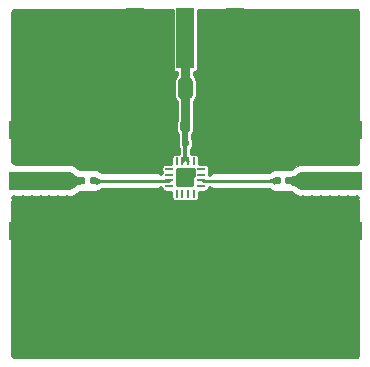
<source format=gbr>
%TF.GenerationSoftware,KiCad,Pcbnew,5.1.7*%
%TF.CreationDate,2020-12-16T02:54:48+00:00*%
%TF.ProjectId,HMC447LC3,484d4334-3437-44c4-9333-2e6b69636164,rev?*%
%TF.SameCoordinates,Original*%
%TF.FileFunction,Copper,L1,Top*%
%TF.FilePolarity,Positive*%
%FSLAX46Y46*%
G04 Gerber Fmt 4.6, Leading zero omitted, Abs format (unit mm)*
G04 Created by KiCad (PCBNEW 5.1.7) date 2020-12-16 02:54:48*
%MOMM*%
%LPD*%
G01*
G04 APERTURE LIST*
%TA.AperFunction,SMDPad,CuDef*%
%ADD10R,0.640000X0.250000*%
%TD*%
%TA.AperFunction,SMDPad,CuDef*%
%ADD11R,0.250000X0.640000*%
%TD*%
%TA.AperFunction,SMDPad,CuDef*%
%ADD12R,5.080000X1.500000*%
%TD*%
%TA.AperFunction,SMDPad,CuDef*%
%ADD13R,1.500000X5.080000*%
%TD*%
%TA.AperFunction,ViaPad*%
%ADD14C,0.500000*%
%TD*%
%TA.AperFunction,Conductor*%
%ADD15C,1.500000*%
%TD*%
%TA.AperFunction,Conductor*%
%ADD16C,0.250000*%
%TD*%
%TA.AperFunction,Conductor*%
%ADD17C,0.500000*%
%TD*%
%TA.AperFunction,Conductor*%
%ADD18C,0.750000*%
%TD*%
%TA.AperFunction,Conductor*%
%ADD19C,0.350000*%
%TD*%
%TA.AperFunction,Conductor*%
%ADD20C,0.225000*%
%TD*%
%TA.AperFunction,Conductor*%
%ADD21C,0.254000*%
%TD*%
%TA.AperFunction,Conductor*%
%ADD22C,0.100000*%
%TD*%
%TA.AperFunction,Conductor*%
%ADD23C,0.025400*%
%TD*%
G04 APERTURE END LIST*
D10*
%TO.P,U1,1*%
%TO.N,N/C*%
X148630000Y-92780000D03*
%TO.P,U1,2*%
X148630000Y-93260000D03*
%TO.P,U1,3*%
%TO.N,Net-(C1-Pad2)*%
X148630000Y-93740000D03*
%TO.P,U1,4*%
%TO.N,N/C*%
X148630000Y-94220000D03*
D11*
%TO.P,U1,5*%
X149280000Y-94870000D03*
%TO.P,U1,6*%
X149760000Y-94870000D03*
%TO.P,U1,7*%
X150240000Y-94870000D03*
%TO.P,U1,8*%
X150720000Y-94870000D03*
D10*
%TO.P,U1,9*%
X151370000Y-94220000D03*
%TO.P,U1,10*%
%TO.N,Net-(C2-Pad1)*%
X151370000Y-93740000D03*
%TO.P,U1,11*%
%TO.N,N/C*%
X151370000Y-93260000D03*
%TO.P,U1,12*%
X151370000Y-92780000D03*
D11*
%TO.P,U1,13*%
X150720000Y-92130000D03*
%TO.P,U1,14*%
%TO.N,VDC*%
X150240000Y-92130000D03*
%TO.P,U1,15*%
X149760000Y-92130000D03*
%TO.P,U1,16*%
%TO.N,N/C*%
X149280000Y-92130000D03*
%TO.P,U1,17*%
%TO.N,GND*%
%TA.AperFunction,SMDPad,CuDef*%
G36*
G01*
X149250000Y-94175000D02*
X149250000Y-92825000D01*
G75*
G02*
X149325000Y-92750000I75000J0D01*
G01*
X150675000Y-92750000D01*
G75*
G02*
X150750000Y-92825000I0J-75000D01*
G01*
X150750000Y-94175000D01*
G75*
G02*
X150675000Y-94250000I-75000J0D01*
G01*
X149325000Y-94250000D01*
G75*
G02*
X149250000Y-94175000I0J75000D01*
G01*
G37*
%TD.AperFunction*%
%TD*%
%TO.P,C3,1*%
%TO.N,VDC*%
%TA.AperFunction,SMDPad,CuDef*%
G36*
G01*
X149705000Y-90722500D02*
X149705000Y-90377500D01*
G75*
G02*
X149852500Y-90230000I147500J0D01*
G01*
X150147500Y-90230000D01*
G75*
G02*
X150295000Y-90377500I0J-147500D01*
G01*
X150295000Y-90722500D01*
G75*
G02*
X150147500Y-90870000I-147500J0D01*
G01*
X149852500Y-90870000D01*
G75*
G02*
X149705000Y-90722500I0J147500D01*
G01*
G37*
%TD.AperFunction*%
%TO.P,C3,2*%
%TO.N,GND*%
%TA.AperFunction,SMDPad,CuDef*%
G36*
G01*
X150675000Y-90722500D02*
X150675000Y-90377500D01*
G75*
G02*
X150822500Y-90230000I147500J0D01*
G01*
X151117500Y-90230000D01*
G75*
G02*
X151265000Y-90377500I0J-147500D01*
G01*
X151265000Y-90722500D01*
G75*
G02*
X151117500Y-90870000I-147500J0D01*
G01*
X150822500Y-90870000D01*
G75*
G02*
X150675000Y-90722500I0J147500D01*
G01*
G37*
%TD.AperFunction*%
%TD*%
D12*
%TO.P,J1,1*%
%TO.N,/RFin*%
X137600000Y-93750000D03*
%TO.P,J1,2*%
%TO.N,GND*%
X137600000Y-98000000D03*
X137600000Y-89500000D03*
%TD*%
%TO.P,J2,2*%
%TO.N,GND*%
X162400000Y-98000000D03*
X162400000Y-89500000D03*
%TO.P,J2,1*%
%TO.N,/RFout*%
X162400000Y-93750000D03*
%TD*%
D13*
%TO.P,J3,1*%
%TO.N,VDC*%
X150000000Y-81700000D03*
%TO.P,J3,2*%
%TO.N,GND*%
X145750000Y-81700000D03*
X154250000Y-81700000D03*
%TD*%
%TO.P,C2,1*%
%TO.N,Net-(C2-Pad1)*%
%TA.AperFunction,SMDPad,CuDef*%
G36*
G01*
X157485000Y-93922500D02*
X157485000Y-93577500D01*
G75*
G02*
X157632500Y-93430000I147500J0D01*
G01*
X157927500Y-93430000D01*
G75*
G02*
X158075000Y-93577500I0J-147500D01*
G01*
X158075000Y-93922500D01*
G75*
G02*
X157927500Y-94070000I-147500J0D01*
G01*
X157632500Y-94070000D01*
G75*
G02*
X157485000Y-93922500I0J147500D01*
G01*
G37*
%TD.AperFunction*%
%TO.P,C2,2*%
%TO.N,/RFout*%
%TA.AperFunction,SMDPad,CuDef*%
G36*
G01*
X158455000Y-93922500D02*
X158455000Y-93577500D01*
G75*
G02*
X158602500Y-93430000I147500J0D01*
G01*
X158897500Y-93430000D01*
G75*
G02*
X159045000Y-93577500I0J-147500D01*
G01*
X159045000Y-93922500D01*
G75*
G02*
X158897500Y-94070000I-147500J0D01*
G01*
X158602500Y-94070000D01*
G75*
G02*
X158455000Y-93922500I0J147500D01*
G01*
G37*
%TD.AperFunction*%
%TD*%
%TO.P,C1,1*%
%TO.N,/RFin*%
%TA.AperFunction,SMDPad,CuDef*%
G36*
G01*
X140955000Y-93922500D02*
X140955000Y-93577500D01*
G75*
G02*
X141102500Y-93430000I147500J0D01*
G01*
X141397500Y-93430000D01*
G75*
G02*
X141545000Y-93577500I0J-147500D01*
G01*
X141545000Y-93922500D01*
G75*
G02*
X141397500Y-94070000I-147500J0D01*
G01*
X141102500Y-94070000D01*
G75*
G02*
X140955000Y-93922500I0J147500D01*
G01*
G37*
%TD.AperFunction*%
%TO.P,C1,2*%
%TO.N,Net-(C1-Pad2)*%
%TA.AperFunction,SMDPad,CuDef*%
G36*
G01*
X141925000Y-93922500D02*
X141925000Y-93577500D01*
G75*
G02*
X142072500Y-93430000I147500J0D01*
G01*
X142367500Y-93430000D01*
G75*
G02*
X142515000Y-93577500I0J-147500D01*
G01*
X142515000Y-93922500D01*
G75*
G02*
X142367500Y-94070000I-147500J0D01*
G01*
X142072500Y-94070000D01*
G75*
G02*
X141925000Y-93922500I0J147500D01*
G01*
G37*
%TD.AperFunction*%
%TD*%
%TO.P,C4,1*%
%TO.N,VDC*%
%TA.AperFunction,SMDPad,CuDef*%
G36*
G01*
X149562500Y-89406250D02*
X149562500Y-88893750D01*
G75*
G02*
X149781250Y-88675000I218750J0D01*
G01*
X150218750Y-88675000D01*
G75*
G02*
X150437500Y-88893750I0J-218750D01*
G01*
X150437500Y-89406250D01*
G75*
G02*
X150218750Y-89625000I-218750J0D01*
G01*
X149781250Y-89625000D01*
G75*
G02*
X149562500Y-89406250I0J218750D01*
G01*
G37*
%TD.AperFunction*%
%TO.P,C4,2*%
%TO.N,GND*%
%TA.AperFunction,SMDPad,CuDef*%
G36*
G01*
X151137500Y-89406250D02*
X151137500Y-88893750D01*
G75*
G02*
X151356250Y-88675000I218750J0D01*
G01*
X151793750Y-88675000D01*
G75*
G02*
X152012500Y-88893750I0J-218750D01*
G01*
X152012500Y-89406250D01*
G75*
G02*
X151793750Y-89625000I-218750J0D01*
G01*
X151356250Y-89625000D01*
G75*
G02*
X151137500Y-89406250I0J218750D01*
G01*
G37*
%TD.AperFunction*%
%TD*%
%TO.P,C5,1*%
%TO.N,VDC*%
%TA.AperFunction,SMDPad,CuDef*%
G36*
G01*
X149375000Y-86575000D02*
X149375000Y-85325000D01*
G75*
G02*
X149625000Y-85075000I250000J0D01*
G01*
X150375000Y-85075000D01*
G75*
G02*
X150625000Y-85325000I0J-250000D01*
G01*
X150625000Y-86575000D01*
G75*
G02*
X150375000Y-86825000I-250000J0D01*
G01*
X149625000Y-86825000D01*
G75*
G02*
X149375000Y-86575000I0J250000D01*
G01*
G37*
%TD.AperFunction*%
%TO.P,C5,2*%
%TO.N,GND*%
%TA.AperFunction,SMDPad,CuDef*%
G36*
G01*
X152175000Y-86575000D02*
X152175000Y-85325000D01*
G75*
G02*
X152425000Y-85075000I250000J0D01*
G01*
X153175000Y-85075000D01*
G75*
G02*
X153425000Y-85325000I0J-250000D01*
G01*
X153425000Y-86575000D01*
G75*
G02*
X153175000Y-86825000I-250000J0D01*
G01*
X152425000Y-86825000D01*
G75*
G02*
X152175000Y-86575000I0J250000D01*
G01*
G37*
%TD.AperFunction*%
%TD*%
D14*
%TO.N,GND*%
X149550000Y-93050000D03*
X149550000Y-93950000D03*
X150450000Y-93950000D03*
X150000000Y-93500000D03*
X150450000Y-93050000D03*
X152250000Y-84250000D03*
X151600000Y-95450000D03*
X151000000Y-95700000D03*
X150350000Y-95700000D03*
X149700000Y-95700000D03*
X149050000Y-95700000D03*
X135500000Y-95250000D03*
X136250000Y-95250000D03*
X137000000Y-95250000D03*
X137750000Y-95250000D03*
X138500000Y-95250000D03*
X139250000Y-95250000D03*
X140000000Y-95250000D03*
X140750000Y-95250000D03*
X164500000Y-95250000D03*
X163750000Y-95250000D03*
X163000000Y-95250000D03*
X162250000Y-95250000D03*
X161500000Y-95250000D03*
X160750000Y-95250000D03*
X160000000Y-95250000D03*
X159250000Y-95250000D03*
X152600000Y-95950000D03*
X135500000Y-96000000D03*
X135500000Y-96750000D03*
X135500000Y-92150000D03*
X135500000Y-91500000D03*
X135500000Y-90750000D03*
X136250000Y-90750000D03*
X137000000Y-90750000D03*
X136250000Y-92150000D03*
X137000000Y-92150000D03*
X137750000Y-92150000D03*
X138500000Y-92150000D03*
X139250000Y-92150000D03*
X140000000Y-92150000D03*
X140750000Y-92300000D03*
X159250000Y-92250000D03*
X160000000Y-92250000D03*
X160750000Y-92250000D03*
X161500000Y-92250000D03*
X162250000Y-92250000D03*
X163000000Y-92250000D03*
X163750000Y-92250000D03*
X164500000Y-92250000D03*
X164500000Y-91500000D03*
X164500000Y-90750000D03*
X163750000Y-90750000D03*
X163000000Y-90750000D03*
X162250000Y-90750000D03*
X161500000Y-90750000D03*
X160750000Y-90750000D03*
X160000000Y-90750000D03*
X164500000Y-96000000D03*
X164500000Y-96750000D03*
X163750000Y-96750000D03*
X163000000Y-96750000D03*
X162250000Y-96750000D03*
X161500000Y-96750000D03*
X160750000Y-96750000D03*
X160000000Y-96750000D03*
X137750000Y-90750000D03*
X138500000Y-90750000D03*
X139250000Y-90750000D03*
X140000000Y-90750000D03*
X136250000Y-96750000D03*
X137000000Y-96750000D03*
X137750000Y-96750000D03*
X138500000Y-96750000D03*
X139250000Y-96750000D03*
X140000000Y-96750000D03*
X164250000Y-86966537D03*
X164250000Y-85933075D03*
X164250000Y-84899612D03*
X164250000Y-83866150D03*
X164250000Y-82832687D03*
X164250000Y-81799225D03*
X164250000Y-80765763D03*
X164005091Y-79819967D03*
X162984236Y-79750000D03*
X161950774Y-79750000D03*
X160917312Y-79750000D03*
X159883849Y-79750000D03*
X158850387Y-79750000D03*
X157816924Y-79750000D03*
X156783462Y-79750000D03*
X164250000Y-88000000D03*
X155750000Y-79750000D03*
X156821428Y-80750000D03*
X157892857Y-80750000D03*
X158964285Y-80750000D03*
X160035714Y-80750000D03*
X161107142Y-80750000D03*
X162178571Y-80750000D03*
X163250000Y-81785714D03*
X163250000Y-82821428D03*
X163250000Y-83857142D03*
X163250000Y-84892857D03*
X163250000Y-85928571D03*
X163250000Y-86964285D03*
X155750000Y-80750000D03*
X163250000Y-80750000D03*
X163250000Y-88000000D03*
X136750000Y-86964285D03*
X136750000Y-85928571D03*
X136750000Y-84892857D03*
X136750000Y-83857142D03*
X136750000Y-82821428D03*
X136750000Y-81785714D03*
X137821428Y-80750000D03*
X138892857Y-80750000D03*
X139964285Y-80750000D03*
X141035714Y-80750000D03*
X142107142Y-80750000D03*
X143178571Y-80750000D03*
X136750000Y-88000000D03*
X136750000Y-80750000D03*
X144250000Y-80750000D03*
X143216537Y-79750000D03*
X142183075Y-79750000D03*
X141149612Y-79750000D03*
X140116150Y-79750000D03*
X139082687Y-79750000D03*
X138049225Y-79750000D03*
X137015763Y-79750000D03*
X135994908Y-79819967D03*
X135750000Y-80765763D03*
X135750000Y-81799225D03*
X135750000Y-82832687D03*
X135750000Y-83866150D03*
X135750000Y-84899612D03*
X135750000Y-85933075D03*
X135750000Y-86966537D03*
X144250000Y-79750000D03*
X135750000Y-88000000D03*
X135750000Y-100512684D03*
X135750000Y-101525368D03*
X135750000Y-102538053D03*
X135750000Y-103550737D03*
X135750000Y-104563421D03*
X135750000Y-105576106D03*
X135750000Y-106588790D03*
X135750000Y-107601475D03*
X136328760Y-108250000D03*
X137341445Y-108250000D03*
X138354129Y-108250000D03*
X139366814Y-108250000D03*
X140379498Y-108250000D03*
X141392182Y-108250000D03*
X142404867Y-108250000D03*
X143417551Y-108250000D03*
X144430235Y-108250000D03*
X145442920Y-108250000D03*
X146455604Y-108250000D03*
X147468289Y-108250000D03*
X148480973Y-108250000D03*
X149493657Y-108250000D03*
X150506342Y-108250000D03*
X151519026Y-108250000D03*
X152531710Y-108250000D03*
X153544395Y-108250000D03*
X154557079Y-108250000D03*
X155569764Y-108250000D03*
X156582448Y-108250000D03*
X157595132Y-108250000D03*
X158607817Y-108250000D03*
X159620501Y-108250000D03*
X160633185Y-108250000D03*
X161645870Y-108250000D03*
X162658554Y-108250000D03*
X163671239Y-108250000D03*
X164250000Y-107601475D03*
X164250000Y-106588790D03*
X164250000Y-105576106D03*
X164250000Y-104563421D03*
X164250000Y-103550737D03*
X164250000Y-102538053D03*
X164250000Y-101525368D03*
X164250000Y-100512684D03*
X135750000Y-99500000D03*
X164250000Y-99500000D03*
X163250000Y-100607142D03*
X163250000Y-101714285D03*
X163250000Y-102821428D03*
X163250000Y-103928571D03*
X163250000Y-105035714D03*
X163250000Y-106142857D03*
X162230769Y-107250000D03*
X161211538Y-107250000D03*
X160192307Y-107250000D03*
X159173076Y-107250000D03*
X158153846Y-107250000D03*
X157134615Y-107250000D03*
X156115384Y-107250000D03*
X155096153Y-107250000D03*
X154076923Y-107250000D03*
X153057692Y-107250000D03*
X152038461Y-107250000D03*
X151019230Y-107250000D03*
X150000000Y-107250000D03*
X148980769Y-107250000D03*
X147961538Y-107250000D03*
X146942307Y-107250000D03*
X145923076Y-107250000D03*
X144903846Y-107250000D03*
X143884615Y-107250000D03*
X142865384Y-107250000D03*
X141846153Y-107250000D03*
X140826923Y-107250000D03*
X139807692Y-107250000D03*
X138788461Y-107250000D03*
X137769230Y-107250000D03*
X136750000Y-106142857D03*
X136750000Y-105035714D03*
X136750000Y-103928571D03*
X136750000Y-102821428D03*
X136750000Y-101714285D03*
X136750000Y-100607142D03*
X163250000Y-99500000D03*
X163250000Y-107250000D03*
X136750000Y-107250000D03*
X136750000Y-99500000D03*
X144250000Y-81750000D03*
X144250000Y-82750000D03*
X144250000Y-83750000D03*
X144250000Y-84750000D03*
X145250000Y-84750000D03*
X146250000Y-84500000D03*
X147000000Y-84000000D03*
X147000000Y-83250000D03*
X147000000Y-82500000D03*
X147000000Y-81750000D03*
X147000000Y-81000000D03*
X147000000Y-80250000D03*
X147000000Y-79500000D03*
X147750000Y-79500000D03*
X148500000Y-79500000D03*
X148500000Y-80250000D03*
X148500000Y-81000000D03*
X148500000Y-81750000D03*
X148500000Y-82500000D03*
X148500000Y-83250000D03*
X148500000Y-84000000D03*
X147750000Y-84250000D03*
X155750000Y-81750000D03*
X155750000Y-82750000D03*
X155750000Y-83750000D03*
X153000000Y-84000000D03*
X153000000Y-83250000D03*
X153000000Y-82500000D03*
X153000000Y-81750000D03*
X153000000Y-81000000D03*
X153000000Y-80250000D03*
X153000000Y-79500000D03*
X152250000Y-79500000D03*
X151500000Y-79500000D03*
X151500000Y-80250000D03*
X151500000Y-81000000D03*
X151500000Y-81750000D03*
X151500000Y-82500000D03*
X151500000Y-83250000D03*
X151500000Y-84000000D03*
X138404999Y-85654999D03*
X138404999Y-99654999D03*
X139804999Y-87754999D03*
X140504999Y-101054999D03*
X141204999Y-98254999D03*
X141204999Y-103854999D03*
X141904999Y-85654999D03*
X141904999Y-89154999D03*
X142604999Y-82154999D03*
X142604999Y-105954999D03*
X143304999Y-96854999D03*
X143304999Y-100354999D03*
X144004999Y-103154999D03*
X145404999Y-98254999D03*
X145404999Y-105254999D03*
X146104999Y-101054999D03*
X147504999Y-103154999D03*
X148204999Y-98954999D03*
X148204999Y-105954999D03*
X149604999Y-101054999D03*
X150304999Y-103854999D03*
X151004999Y-98254999D03*
X151704999Y-105954999D03*
X152404999Y-100354999D03*
X153104999Y-96854999D03*
X153104999Y-103154999D03*
X154504999Y-98954999D03*
X154504999Y-105254999D03*
X155204999Y-101754999D03*
X156604999Y-96854999D03*
X156604999Y-103854999D03*
X157304999Y-82154999D03*
X157304999Y-99654999D03*
X158004999Y-105954999D03*
X158704999Y-84254999D03*
X158704999Y-101754999D03*
X160104999Y-86354999D03*
X160804999Y-99654999D03*
X144250000Y-87000000D03*
X144000000Y-90500000D03*
X146250000Y-88500000D03*
X158200000Y-89600000D03*
X162000000Y-101800000D03*
X141200000Y-92650000D03*
X141900000Y-92650000D03*
X142600000Y-92700000D03*
X143300000Y-92850000D03*
X144000000Y-92850000D03*
X144700000Y-92850000D03*
X145400000Y-92850000D03*
X146100000Y-92850000D03*
X141200000Y-94850000D03*
X141900000Y-94850000D03*
X142600000Y-94800000D03*
X143300000Y-94650000D03*
X144000000Y-94650000D03*
X144700000Y-94650000D03*
X145400000Y-94650000D03*
X146100000Y-94650000D03*
X146800000Y-94650000D03*
X147500000Y-94650000D03*
X148000000Y-95000000D03*
X158800000Y-92650000D03*
X158100000Y-92650000D03*
X157400000Y-92700000D03*
X156700000Y-92850000D03*
X156000000Y-92850000D03*
X155300000Y-92850000D03*
X154600000Y-92850000D03*
X153875000Y-92850000D03*
X153175000Y-92850000D03*
X152500000Y-92850000D03*
X148450000Y-95450000D03*
X158800000Y-94850000D03*
X158100000Y-94850000D03*
X157400000Y-94800000D03*
X156700000Y-94650000D03*
X156000000Y-94650000D03*
X155300000Y-94650000D03*
X154600000Y-94650000D03*
X153900000Y-94650000D03*
X153200000Y-94650000D03*
X152500000Y-94650000D03*
X152000000Y-95000000D03*
X156400000Y-91800000D03*
X147500000Y-92850000D03*
X146800000Y-92850000D03*
X146000000Y-91750000D03*
X157400000Y-86850000D03*
X162400000Y-87700000D03*
X159200000Y-87800000D03*
X153750000Y-84500000D03*
X155750000Y-84750000D03*
X154750000Y-84750000D03*
X149000000Y-84750000D03*
X148750000Y-85500000D03*
X148750000Y-86250000D03*
X149000000Y-87000000D03*
X149000000Y-87750000D03*
X149000000Y-88500000D03*
X149000000Y-89250000D03*
X149000000Y-90000000D03*
X149000000Y-90750000D03*
X148750000Y-91500000D03*
X148250000Y-92000000D03*
X151250000Y-91500000D03*
X151750000Y-92000000D03*
X151750000Y-91000000D03*
X151750000Y-90250000D03*
X152500000Y-90250000D03*
X152500000Y-89500000D03*
X152500000Y-88750000D03*
X152500000Y-88000000D03*
X153000000Y-87500000D03*
X154000000Y-86750000D03*
X154000000Y-86000000D03*
X154000000Y-85250000D03*
X151000000Y-87500000D03*
X151500000Y-88000000D03*
X152000000Y-87500000D03*
X156250000Y-88500000D03*
X155000000Y-90250000D03*
X154500000Y-87250000D03*
X156000000Y-86000000D03*
X146500000Y-85500000D03*
X148000000Y-90250000D03*
X147000000Y-96850000D03*
X153750000Y-87500000D03*
%TD*%
D15*
%TO.N,/RFin*%
X137500000Y-93750000D02*
X140050000Y-93750000D01*
D16*
X141150000Y-93750000D02*
X137600000Y-93750000D01*
D15*
%TO.N,/RFout*%
X162500000Y-93750000D02*
X159950000Y-93750000D01*
D16*
X158750000Y-93750000D02*
X159950000Y-93750000D01*
%TO.N,VDC*%
X150000000Y-81750000D02*
X150000000Y-81250000D01*
X150000000Y-82350000D02*
X150000000Y-81250000D01*
X150000000Y-81700000D02*
X150000000Y-81250000D01*
D17*
X150000000Y-90550000D02*
X150000000Y-89150000D01*
D18*
X150000000Y-85950000D02*
X150000000Y-89150000D01*
X150000000Y-81700000D02*
X150000000Y-85950000D01*
D16*
X150000000Y-91890000D02*
X149760000Y-92130000D01*
D19*
X150000000Y-90550000D02*
X150000000Y-91890000D01*
D16*
X150000000Y-91890000D02*
X150240000Y-92130000D01*
%TO.N,Net-(C2-Pad1)*%
X157710000Y-93750000D02*
X157750000Y-93750000D01*
D20*
X154850000Y-93750000D02*
X157710000Y-93750000D01*
X151475000Y-93750000D02*
X152375000Y-93750000D01*
X154850000Y-93750000D02*
X152375000Y-93750000D01*
D16*
%TO.N,Net-(C1-Pad2)*%
X148620000Y-93750000D02*
X148630000Y-93740000D01*
D20*
X142120000Y-93750000D02*
X148620000Y-93750000D01*
%TD*%
D21*
%TO.N,GND*%
X152020458Y-94274637D02*
X152157496Y-94387102D01*
X152617304Y-94846910D01*
X152626539Y-94855279D01*
X152778075Y-94979642D01*
X152798776Y-94993474D01*
X152971663Y-95085884D01*
X152994664Y-95095412D01*
X153182257Y-95152317D01*
X153206675Y-95157173D01*
X153401766Y-95176388D01*
X153414214Y-95177000D01*
X163993766Y-95177000D01*
X164170189Y-95194376D01*
X164333850Y-95244022D01*
X164484672Y-95324638D01*
X164616870Y-95433130D01*
X164663000Y-95489340D01*
X164663000Y-108560660D01*
X164616870Y-108616870D01*
X164560660Y-108663000D01*
X135439340Y-108663000D01*
X135383130Y-108616870D01*
X135337000Y-108560660D01*
X135337000Y-95489340D01*
X135383130Y-95433130D01*
X135515328Y-95324638D01*
X135666150Y-95244022D01*
X135829811Y-95194376D01*
X136006234Y-95177000D01*
X146585786Y-95177000D01*
X146598234Y-95176388D01*
X146793325Y-95157173D01*
X146817743Y-95152317D01*
X147005336Y-95095412D01*
X147028337Y-95085884D01*
X147201224Y-94993474D01*
X147221925Y-94979642D01*
X147373461Y-94855279D01*
X147382696Y-94846910D01*
X147842504Y-94387102D01*
X147979542Y-94274637D01*
X147981418Y-94273634D01*
X147981418Y-94345000D01*
X147987732Y-94409103D01*
X148006430Y-94470743D01*
X148036794Y-94527550D01*
X148077657Y-94577343D01*
X148127450Y-94618206D01*
X148184257Y-94648570D01*
X148245897Y-94667268D01*
X148310000Y-94673582D01*
X148826418Y-94673582D01*
X148826418Y-95190000D01*
X148832732Y-95254103D01*
X148851430Y-95315743D01*
X148881794Y-95372550D01*
X148922657Y-95422343D01*
X148972450Y-95463206D01*
X149029257Y-95493570D01*
X149090897Y-95512268D01*
X149155000Y-95518582D01*
X149405000Y-95518582D01*
X149469103Y-95512268D01*
X149520000Y-95496829D01*
X149570897Y-95512268D01*
X149635000Y-95518582D01*
X149885000Y-95518582D01*
X149949103Y-95512268D01*
X150000000Y-95496829D01*
X150050897Y-95512268D01*
X150115000Y-95518582D01*
X150365000Y-95518582D01*
X150429103Y-95512268D01*
X150480000Y-95496829D01*
X150530897Y-95512268D01*
X150595000Y-95518582D01*
X150845000Y-95518582D01*
X150909103Y-95512268D01*
X150970743Y-95493570D01*
X151027550Y-95463206D01*
X151077343Y-95422343D01*
X151118206Y-95372550D01*
X151148570Y-95315743D01*
X151167268Y-95254103D01*
X151173582Y-95190000D01*
X151173582Y-94673582D01*
X151690000Y-94673582D01*
X151754103Y-94667268D01*
X151815743Y-94648570D01*
X151872550Y-94618206D01*
X151922343Y-94577343D01*
X151963206Y-94527550D01*
X151993570Y-94470743D01*
X152012268Y-94409103D01*
X152018582Y-94345000D01*
X152018582Y-94273634D01*
X152020458Y-94274637D01*
%TA.AperFunction,Conductor*%
D22*
G36*
X152020458Y-94274637D02*
G01*
X152157496Y-94387102D01*
X152617304Y-94846910D01*
X152626539Y-94855279D01*
X152778075Y-94979642D01*
X152798776Y-94993474D01*
X152971663Y-95085884D01*
X152994664Y-95095412D01*
X153182257Y-95152317D01*
X153206675Y-95157173D01*
X153401766Y-95176388D01*
X153414214Y-95177000D01*
X163993766Y-95177000D01*
X164170189Y-95194376D01*
X164333850Y-95244022D01*
X164484672Y-95324638D01*
X164616870Y-95433130D01*
X164663000Y-95489340D01*
X164663000Y-108560660D01*
X164616870Y-108616870D01*
X164560660Y-108663000D01*
X135439340Y-108663000D01*
X135383130Y-108616870D01*
X135337000Y-108560660D01*
X135337000Y-95489340D01*
X135383130Y-95433130D01*
X135515328Y-95324638D01*
X135666150Y-95244022D01*
X135829811Y-95194376D01*
X136006234Y-95177000D01*
X146585786Y-95177000D01*
X146598234Y-95176388D01*
X146793325Y-95157173D01*
X146817743Y-95152317D01*
X147005336Y-95095412D01*
X147028337Y-95085884D01*
X147201224Y-94993474D01*
X147221925Y-94979642D01*
X147373461Y-94855279D01*
X147382696Y-94846910D01*
X147842504Y-94387102D01*
X147979542Y-94274637D01*
X147981418Y-94273634D01*
X147981418Y-94345000D01*
X147987732Y-94409103D01*
X148006430Y-94470743D01*
X148036794Y-94527550D01*
X148077657Y-94577343D01*
X148127450Y-94618206D01*
X148184257Y-94648570D01*
X148245897Y-94667268D01*
X148310000Y-94673582D01*
X148826418Y-94673582D01*
X148826418Y-95190000D01*
X148832732Y-95254103D01*
X148851430Y-95315743D01*
X148881794Y-95372550D01*
X148922657Y-95422343D01*
X148972450Y-95463206D01*
X149029257Y-95493570D01*
X149090897Y-95512268D01*
X149155000Y-95518582D01*
X149405000Y-95518582D01*
X149469103Y-95512268D01*
X149520000Y-95496829D01*
X149570897Y-95512268D01*
X149635000Y-95518582D01*
X149885000Y-95518582D01*
X149949103Y-95512268D01*
X150000000Y-95496829D01*
X150050897Y-95512268D01*
X150115000Y-95518582D01*
X150365000Y-95518582D01*
X150429103Y-95512268D01*
X150480000Y-95496829D01*
X150530897Y-95512268D01*
X150595000Y-95518582D01*
X150845000Y-95518582D01*
X150909103Y-95512268D01*
X150970743Y-95493570D01*
X151027550Y-95463206D01*
X151077343Y-95422343D01*
X151118206Y-95372550D01*
X151148570Y-95315743D01*
X151167268Y-95254103D01*
X151173582Y-95190000D01*
X151173582Y-94673582D01*
X151690000Y-94673582D01*
X151754103Y-94667268D01*
X151815743Y-94648570D01*
X151872550Y-94618206D01*
X151922343Y-94577343D01*
X151963206Y-94527550D01*
X151993570Y-94470743D01*
X152012268Y-94409103D01*
X152018582Y-94345000D01*
X152018582Y-94273634D01*
X152020458Y-94274637D01*
G37*
%TD.AperFunction*%
%TD*%
D23*
%TO.N,/RFin*%
X140399574Y-93750000D02*
X139516249Y-94259271D01*
X139436297Y-94183601D01*
X139435554Y-94182951D01*
X139344651Y-94109426D01*
X139343827Y-94108813D01*
X139248848Y-94043938D01*
X139247954Y-94043380D01*
X139148897Y-93987155D01*
X139147948Y-93986668D01*
X139044813Y-93939093D01*
X139043827Y-93938687D01*
X138936616Y-93899762D01*
X138935616Y-93899445D01*
X138824327Y-93869170D01*
X138823333Y-93868942D01*
X138707967Y-93847317D01*
X138706999Y-93847174D01*
X138587556Y-93834199D01*
X138586628Y-93834133D01*
X138475364Y-93830237D01*
X138475364Y-93669763D01*
X138586628Y-93665867D01*
X138587556Y-93665801D01*
X138706999Y-93652826D01*
X138707967Y-93652683D01*
X138823333Y-93631058D01*
X138824327Y-93630830D01*
X138935616Y-93600555D01*
X138936616Y-93600238D01*
X139043827Y-93561313D01*
X139044813Y-93560907D01*
X139147948Y-93513332D01*
X139148897Y-93512845D01*
X139247954Y-93456620D01*
X139248848Y-93456062D01*
X139343827Y-93391187D01*
X139344651Y-93390574D01*
X139435554Y-93317049D01*
X139436297Y-93316399D01*
X139516249Y-93240729D01*
X140399574Y-93750000D01*
%TA.AperFunction,Conductor*%
D22*
G36*
X140399574Y-93750000D02*
G01*
X139516249Y-94259271D01*
X139436297Y-94183601D01*
X139435554Y-94182951D01*
X139344651Y-94109426D01*
X139343827Y-94108813D01*
X139248848Y-94043938D01*
X139247954Y-94043380D01*
X139148897Y-93987155D01*
X139147948Y-93986668D01*
X139044813Y-93939093D01*
X139043827Y-93938687D01*
X138936616Y-93899762D01*
X138935616Y-93899445D01*
X138824327Y-93869170D01*
X138823333Y-93868942D01*
X138707967Y-93847317D01*
X138706999Y-93847174D01*
X138587556Y-93834199D01*
X138586628Y-93834133D01*
X138475364Y-93830237D01*
X138475364Y-93669763D01*
X138586628Y-93665867D01*
X138587556Y-93665801D01*
X138706999Y-93652826D01*
X138707967Y-93652683D01*
X138823333Y-93631058D01*
X138824327Y-93630830D01*
X138935616Y-93600555D01*
X138936616Y-93600238D01*
X139043827Y-93561313D01*
X139044813Y-93560907D01*
X139147948Y-93513332D01*
X139148897Y-93512845D01*
X139247954Y-93456620D01*
X139248848Y-93456062D01*
X139343827Y-93391187D01*
X139344651Y-93390574D01*
X139435554Y-93317049D01*
X139436297Y-93316399D01*
X139516249Y-93240729D01*
X140399574Y-93750000D01*
G37*
%TD.AperFunction*%
%TD*%
D23*
%TO.N,/RFin*%
X140543750Y-93243015D02*
X140628535Y-93323259D01*
X140629278Y-93323909D01*
X140720181Y-93397434D01*
X140722261Y-93398803D01*
X140723511Y-93399375D01*
X140818490Y-93436815D01*
X140820120Y-93437334D01*
X140921973Y-93462334D01*
X140925000Y-93462700D01*
X141119689Y-93462700D01*
X141112459Y-94037300D01*
X140925000Y-94037300D01*
X140921973Y-94037666D01*
X140820120Y-94062666D01*
X140817124Y-94063819D01*
X140722145Y-94114979D01*
X140720181Y-94116286D01*
X140629278Y-94189811D01*
X140628535Y-94190461D01*
X140543634Y-94270815D01*
X139933428Y-94491179D01*
X139541590Y-93756482D01*
X139884116Y-93022497D01*
X140543750Y-93243015D01*
%TA.AperFunction,Conductor*%
D22*
G36*
X140543750Y-93243015D02*
G01*
X140628535Y-93323259D01*
X140629278Y-93323909D01*
X140720181Y-93397434D01*
X140722261Y-93398803D01*
X140723511Y-93399375D01*
X140818490Y-93436815D01*
X140820120Y-93437334D01*
X140921973Y-93462334D01*
X140925000Y-93462700D01*
X141119689Y-93462700D01*
X141112459Y-94037300D01*
X140925000Y-94037300D01*
X140921973Y-94037666D01*
X140820120Y-94062666D01*
X140817124Y-94063819D01*
X140722145Y-94114979D01*
X140720181Y-94116286D01*
X140629278Y-94189811D01*
X140628535Y-94190461D01*
X140543634Y-94270815D01*
X139933428Y-94491179D01*
X139541590Y-93756482D01*
X139884116Y-93022497D01*
X140543750Y-93243015D01*
G37*
%TD.AperFunction*%
%TD*%
D23*
%TO.N,/RFout*%
X160299574Y-93750000D02*
X159416249Y-94259271D01*
X159336297Y-94183601D01*
X159334330Y-94182075D01*
X159332426Y-94181091D01*
X159154859Y-94107566D01*
X159153518Y-94107097D01*
X158937700Y-94044869D01*
X158937700Y-93455131D01*
X159153518Y-93392903D01*
X159154859Y-93392434D01*
X159332426Y-93318909D01*
X159334621Y-93317736D01*
X159336297Y-93316399D01*
X159416249Y-93240729D01*
X160299574Y-93750000D01*
%TA.AperFunction,Conductor*%
D22*
G36*
X160299574Y-93750000D02*
G01*
X159416249Y-94259271D01*
X159336297Y-94183601D01*
X159334330Y-94182075D01*
X159332426Y-94181091D01*
X159154859Y-94107566D01*
X159153518Y-94107097D01*
X158937700Y-94044869D01*
X158937700Y-93455131D01*
X159153518Y-93392903D01*
X159154859Y-93392434D01*
X159332426Y-93318909D01*
X159334621Y-93317736D01*
X159336297Y-93316399D01*
X159416249Y-93240729D01*
X160299574Y-93750000D01*
G37*
%TD.AperFunction*%
%TD*%
D23*
%TO.N,/RFout*%
X160563702Y-93316399D02*
X160564445Y-93317049D01*
X160655348Y-93390574D01*
X160656172Y-93391187D01*
X160751151Y-93456062D01*
X160752045Y-93456620D01*
X160851102Y-93512845D01*
X160852051Y-93513332D01*
X160955186Y-93560907D01*
X160956172Y-93561313D01*
X161063383Y-93600238D01*
X161064383Y-93600555D01*
X161175672Y-93630830D01*
X161176666Y-93631058D01*
X161292032Y-93652683D01*
X161293000Y-93652826D01*
X161412443Y-93665801D01*
X161413371Y-93665867D01*
X161524636Y-93669763D01*
X161524636Y-93830237D01*
X161413371Y-93834133D01*
X161412443Y-93834199D01*
X161293000Y-93847174D01*
X161292032Y-93847317D01*
X161176666Y-93868942D01*
X161175672Y-93869170D01*
X161064383Y-93899445D01*
X161063383Y-93899762D01*
X160956172Y-93938687D01*
X160955186Y-93939093D01*
X160852051Y-93986668D01*
X160851102Y-93987155D01*
X160752045Y-94043380D01*
X160751151Y-94043938D01*
X160656172Y-94108813D01*
X160655348Y-94109426D01*
X160564445Y-94182951D01*
X160563702Y-94183601D01*
X160483750Y-94259271D01*
X159600426Y-93750000D01*
X160483750Y-93240729D01*
X160563702Y-93316399D01*
%TA.AperFunction,Conductor*%
D22*
G36*
X160563702Y-93316399D02*
G01*
X160564445Y-93317049D01*
X160655348Y-93390574D01*
X160656172Y-93391187D01*
X160751151Y-93456062D01*
X160752045Y-93456620D01*
X160851102Y-93512845D01*
X160852051Y-93513332D01*
X160955186Y-93560907D01*
X160956172Y-93561313D01*
X161063383Y-93600238D01*
X161064383Y-93600555D01*
X161175672Y-93630830D01*
X161176666Y-93631058D01*
X161292032Y-93652683D01*
X161293000Y-93652826D01*
X161412443Y-93665801D01*
X161413371Y-93665867D01*
X161524636Y-93669763D01*
X161524636Y-93830237D01*
X161413371Y-93834133D01*
X161412443Y-93834199D01*
X161293000Y-93847174D01*
X161292032Y-93847317D01*
X161176666Y-93868942D01*
X161175672Y-93869170D01*
X161064383Y-93899445D01*
X161063383Y-93899762D01*
X160956172Y-93938687D01*
X160955186Y-93939093D01*
X160852051Y-93986668D01*
X160851102Y-93987155D01*
X160752045Y-94043380D01*
X160751151Y-94043938D01*
X160656172Y-94108813D01*
X160655348Y-94109426D01*
X160564445Y-94182951D01*
X160563702Y-94183601D01*
X160483750Y-94259271D01*
X159600426Y-93750000D01*
X160483750Y-93240729D01*
X160563702Y-93316399D01*
G37*
%TD.AperFunction*%
%TD*%
D23*
%TO.N,VDC*%
X150076750Y-81483548D02*
X150486829Y-82194827D01*
X150493740Y-82231020D01*
X150476724Y-82263701D01*
X150442106Y-82296366D01*
X150438826Y-82299317D01*
X150375410Y-82353709D01*
X150370563Y-82357596D01*
X150317543Y-82397298D01*
X150309969Y-82402412D01*
X150269440Y-82426988D01*
X150256572Y-82433493D01*
X150233010Y-82443205D01*
X150209555Y-82449468D01*
X150203231Y-82450301D01*
X150179182Y-82448267D01*
X150160466Y-82436352D01*
X150147836Y-82414873D01*
X150145221Y-82407150D01*
X150140590Y-82384775D01*
X150139658Y-82373384D01*
X150139212Y-82370935D01*
X150138298Y-82368619D01*
X150136949Y-82366527D01*
X150135606Y-82365081D01*
X150109105Y-82340661D01*
X150107118Y-82339161D01*
X150104876Y-82338078D01*
X150102466Y-82337453D01*
X150100499Y-82337300D01*
X149899501Y-82337300D01*
X149897023Y-82337544D01*
X149894641Y-82338267D01*
X149892445Y-82339440D01*
X149890895Y-82340661D01*
X149864394Y-82365081D01*
X149862737Y-82366939D01*
X149861475Y-82369085D01*
X149860656Y-82371436D01*
X149860342Y-82373383D01*
X149859409Y-82384776D01*
X149854778Y-82407152D01*
X149852164Y-82414872D01*
X149839533Y-82436352D01*
X149820817Y-82448267D01*
X149796768Y-82450301D01*
X149790444Y-82449468D01*
X149766989Y-82443205D01*
X149743427Y-82433493D01*
X149730559Y-82426988D01*
X149690030Y-82402412D01*
X149682456Y-82397298D01*
X149629436Y-82357596D01*
X149624589Y-82353709D01*
X149561199Y-82299339D01*
X149557866Y-82296342D01*
X149523276Y-82263701D01*
X149506260Y-82231020D01*
X149513169Y-82194828D01*
X149923250Y-81483548D01*
X149970403Y-81443949D01*
X150029597Y-81443949D01*
X150076750Y-81483548D01*
%TA.AperFunction,Conductor*%
D22*
G36*
X150076750Y-81483548D02*
G01*
X150486829Y-82194827D01*
X150493740Y-82231020D01*
X150476724Y-82263701D01*
X150442106Y-82296366D01*
X150438826Y-82299317D01*
X150375410Y-82353709D01*
X150370563Y-82357596D01*
X150317543Y-82397298D01*
X150309969Y-82402412D01*
X150269440Y-82426988D01*
X150256572Y-82433493D01*
X150233010Y-82443205D01*
X150209555Y-82449468D01*
X150203231Y-82450301D01*
X150179182Y-82448267D01*
X150160466Y-82436352D01*
X150147836Y-82414873D01*
X150145221Y-82407150D01*
X150140590Y-82384775D01*
X150139658Y-82373384D01*
X150139212Y-82370935D01*
X150138298Y-82368619D01*
X150136949Y-82366527D01*
X150135606Y-82365081D01*
X150109105Y-82340661D01*
X150107118Y-82339161D01*
X150104876Y-82338078D01*
X150102466Y-82337453D01*
X150100499Y-82337300D01*
X149899501Y-82337300D01*
X149897023Y-82337544D01*
X149894641Y-82338267D01*
X149892445Y-82339440D01*
X149890895Y-82340661D01*
X149864394Y-82365081D01*
X149862737Y-82366939D01*
X149861475Y-82369085D01*
X149860656Y-82371436D01*
X149860342Y-82373383D01*
X149859409Y-82384776D01*
X149854778Y-82407152D01*
X149852164Y-82414872D01*
X149839533Y-82436352D01*
X149820817Y-82448267D01*
X149796768Y-82450301D01*
X149790444Y-82449468D01*
X149766989Y-82443205D01*
X149743427Y-82433493D01*
X149730559Y-82426988D01*
X149690030Y-82402412D01*
X149682456Y-82397298D01*
X149629436Y-82357596D01*
X149624589Y-82353709D01*
X149561199Y-82299339D01*
X149557866Y-82296342D01*
X149523276Y-82263701D01*
X149506260Y-82231020D01*
X149513169Y-82194828D01*
X149923250Y-81483548D01*
X149970403Y-81443949D01*
X150029597Y-81443949D01*
X150076750Y-81483548D01*
G37*
%TD.AperFunction*%
%TD*%
D23*
%TO.N,VDC*%
X150076750Y-81483548D02*
X150493632Y-82206625D01*
X150486899Y-82254900D01*
X150464306Y-82276837D01*
X150463544Y-82277569D01*
X150417850Y-82320949D01*
X150416782Y-82321949D01*
X150376920Y-82358700D01*
X150375530Y-82359957D01*
X150341720Y-82389914D01*
X150339729Y-82391629D01*
X150312333Y-82414566D01*
X150309217Y-82417063D01*
X150289377Y-82432271D01*
X150283762Y-82436257D01*
X150274517Y-82442317D01*
X150262166Y-82449130D01*
X150260753Y-82449774D01*
X150259008Y-82450144D01*
X150258425Y-82449755D01*
X150258372Y-82449720D01*
X150253498Y-82446502D01*
X150251296Y-82445340D01*
X150248910Y-82444631D01*
X150246501Y-82444400D01*
X149753499Y-82444400D01*
X149751021Y-82444644D01*
X149748639Y-82445367D01*
X149746502Y-82446502D01*
X149741628Y-82449720D01*
X149741575Y-82449755D01*
X149740992Y-82450144D01*
X149739247Y-82449774D01*
X149737834Y-82449130D01*
X149725483Y-82442317D01*
X149716238Y-82436257D01*
X149710623Y-82432271D01*
X149690783Y-82417063D01*
X149687667Y-82414566D01*
X149660271Y-82391629D01*
X149658280Y-82389914D01*
X149624470Y-82359957D01*
X149623080Y-82358700D01*
X149583218Y-82321949D01*
X149582150Y-82320949D01*
X149536456Y-82277569D01*
X149535694Y-82276837D01*
X149513101Y-82254900D01*
X149506368Y-82206625D01*
X149923250Y-81483548D01*
X149970403Y-81443949D01*
X150029597Y-81443949D01*
X150076750Y-81483548D01*
%TA.AperFunction,Conductor*%
D22*
G36*
X150076750Y-81483548D02*
G01*
X150493632Y-82206625D01*
X150486899Y-82254900D01*
X150464306Y-82276837D01*
X150463544Y-82277569D01*
X150417850Y-82320949D01*
X150416782Y-82321949D01*
X150376920Y-82358700D01*
X150375530Y-82359957D01*
X150341720Y-82389914D01*
X150339729Y-82391629D01*
X150312333Y-82414566D01*
X150309217Y-82417063D01*
X150289377Y-82432271D01*
X150283762Y-82436257D01*
X150274517Y-82442317D01*
X150262166Y-82449130D01*
X150260753Y-82449774D01*
X150259008Y-82450144D01*
X150258425Y-82449755D01*
X150258372Y-82449720D01*
X150253498Y-82446502D01*
X150251296Y-82445340D01*
X150248910Y-82444631D01*
X150246501Y-82444400D01*
X149753499Y-82444400D01*
X149751021Y-82444644D01*
X149748639Y-82445367D01*
X149746502Y-82446502D01*
X149741628Y-82449720D01*
X149741575Y-82449755D01*
X149740992Y-82450144D01*
X149739247Y-82449774D01*
X149737834Y-82449130D01*
X149725483Y-82442317D01*
X149716238Y-82436257D01*
X149710623Y-82432271D01*
X149690783Y-82417063D01*
X149687667Y-82414566D01*
X149660271Y-82391629D01*
X149658280Y-82389914D01*
X149624470Y-82359957D01*
X149623080Y-82358700D01*
X149583218Y-82321949D01*
X149582150Y-82320949D01*
X149536456Y-82277569D01*
X149535694Y-82276837D01*
X149513101Y-82254900D01*
X149506368Y-82206625D01*
X149923250Y-81483548D01*
X149970403Y-81443949D01*
X150029597Y-81443949D01*
X150076750Y-81483548D01*
G37*
%TD.AperFunction*%
%TD*%
D23*
%TO.N,Net-(C2-Pad1)*%
X157762300Y-93617684D02*
X157762300Y-93882316D01*
X157551436Y-94003887D01*
X157518165Y-94000052D01*
X157505388Y-93988089D01*
X157504976Y-93987720D01*
X157498352Y-93982039D01*
X157497923Y-93981687D01*
X157464202Y-93955234D01*
X157463754Y-93954898D01*
X157456579Y-93949763D01*
X157456115Y-93949447D01*
X157420286Y-93926129D01*
X157419813Y-93925835D01*
X157412249Y-93921372D01*
X157411762Y-93921099D01*
X157373649Y-93900813D01*
X157373160Y-93900566D01*
X157365392Y-93896852D01*
X157364894Y-93896627D01*
X157324308Y-93879325D01*
X157323819Y-93879129D01*
X157316037Y-93876187D01*
X157315538Y-93876010D01*
X157272298Y-93861692D01*
X157271815Y-93861543D01*
X157264188Y-93859350D01*
X157263703Y-93859220D01*
X157217653Y-93847932D01*
X157217189Y-93847828D01*
X157209856Y-93846319D01*
X157209388Y-93846232D01*
X157160408Y-93838051D01*
X157159969Y-93837985D01*
X157153031Y-93837074D01*
X157152589Y-93837024D01*
X157100597Y-93832043D01*
X157100186Y-93832010D01*
X157093707Y-93831601D01*
X157093295Y-93831582D01*
X157071041Y-93830901D01*
X157047560Y-93806691D01*
X157047560Y-93693308D01*
X157071040Y-93669099D01*
X157093296Y-93668418D01*
X157093707Y-93668399D01*
X157100186Y-93667990D01*
X157100597Y-93667957D01*
X157152589Y-93662976D01*
X157153031Y-93662926D01*
X157159969Y-93662015D01*
X157160408Y-93661949D01*
X157209388Y-93653768D01*
X157209856Y-93653681D01*
X157217189Y-93652172D01*
X157217653Y-93652068D01*
X157263703Y-93640780D01*
X157264188Y-93640650D01*
X157271815Y-93638457D01*
X157272298Y-93638308D01*
X157315538Y-93623990D01*
X157316037Y-93623813D01*
X157323819Y-93620871D01*
X157324308Y-93620675D01*
X157364894Y-93603373D01*
X157365392Y-93603148D01*
X157373160Y-93599434D01*
X157373649Y-93599187D01*
X157411762Y-93578901D01*
X157412249Y-93578628D01*
X157419813Y-93574165D01*
X157420286Y-93573871D01*
X157456115Y-93550553D01*
X157456579Y-93550237D01*
X157463754Y-93545102D01*
X157464202Y-93544766D01*
X157497923Y-93518313D01*
X157498352Y-93517961D01*
X157504976Y-93512280D01*
X157505388Y-93511911D01*
X157518165Y-93499949D01*
X157551436Y-93496113D01*
X157762300Y-93617684D01*
%TA.AperFunction,Conductor*%
D22*
G36*
X157762300Y-93617684D02*
G01*
X157762300Y-93882316D01*
X157551436Y-94003887D01*
X157518165Y-94000052D01*
X157505388Y-93988089D01*
X157504976Y-93987720D01*
X157498352Y-93982039D01*
X157497923Y-93981687D01*
X157464202Y-93955234D01*
X157463754Y-93954898D01*
X157456579Y-93949763D01*
X157456115Y-93949447D01*
X157420286Y-93926129D01*
X157419813Y-93925835D01*
X157412249Y-93921372D01*
X157411762Y-93921099D01*
X157373649Y-93900813D01*
X157373160Y-93900566D01*
X157365392Y-93896852D01*
X157364894Y-93896627D01*
X157324308Y-93879325D01*
X157323819Y-93879129D01*
X157316037Y-93876187D01*
X157315538Y-93876010D01*
X157272298Y-93861692D01*
X157271815Y-93861543D01*
X157264188Y-93859350D01*
X157263703Y-93859220D01*
X157217653Y-93847932D01*
X157217189Y-93847828D01*
X157209856Y-93846319D01*
X157209388Y-93846232D01*
X157160408Y-93838051D01*
X157159969Y-93837985D01*
X157153031Y-93837074D01*
X157152589Y-93837024D01*
X157100597Y-93832043D01*
X157100186Y-93832010D01*
X157093707Y-93831601D01*
X157093295Y-93831582D01*
X157071041Y-93830901D01*
X157047560Y-93806691D01*
X157047560Y-93693308D01*
X157071040Y-93669099D01*
X157093296Y-93668418D01*
X157093707Y-93668399D01*
X157100186Y-93667990D01*
X157100597Y-93667957D01*
X157152589Y-93662976D01*
X157153031Y-93662926D01*
X157159969Y-93662015D01*
X157160408Y-93661949D01*
X157209388Y-93653768D01*
X157209856Y-93653681D01*
X157217189Y-93652172D01*
X157217653Y-93652068D01*
X157263703Y-93640780D01*
X157264188Y-93640650D01*
X157271815Y-93638457D01*
X157272298Y-93638308D01*
X157315538Y-93623990D01*
X157316037Y-93623813D01*
X157323819Y-93620871D01*
X157324308Y-93620675D01*
X157364894Y-93603373D01*
X157365392Y-93603148D01*
X157373160Y-93599434D01*
X157373649Y-93599187D01*
X157411762Y-93578901D01*
X157412249Y-93578628D01*
X157419813Y-93574165D01*
X157420286Y-93573871D01*
X157456115Y-93550553D01*
X157456579Y-93550237D01*
X157463754Y-93545102D01*
X157464202Y-93544766D01*
X157497923Y-93518313D01*
X157498352Y-93517961D01*
X157504976Y-93512280D01*
X157505388Y-93511911D01*
X157518165Y-93499949D01*
X157551436Y-93496113D01*
X157762300Y-93617684D01*
G37*
%TD.AperFunction*%
%TD*%
D21*
%TO.N,GND*%
X150530897Y-92772268D02*
X150595000Y-92778582D01*
X150721418Y-92778582D01*
X150721418Y-92905000D01*
X150727732Y-92969103D01*
X150743171Y-93020000D01*
X150727732Y-93070897D01*
X150721418Y-93135000D01*
X150721418Y-93373000D01*
X149278582Y-93373000D01*
X149278582Y-93135000D01*
X149272268Y-93070897D01*
X149256829Y-93020000D01*
X149272268Y-92969103D01*
X149278582Y-92905000D01*
X149278582Y-92778582D01*
X149405000Y-92778582D01*
X149469103Y-92772268D01*
X149520000Y-92756829D01*
X149570897Y-92772268D01*
X149635000Y-92778582D01*
X149885000Y-92778582D01*
X149949103Y-92772268D01*
X150000000Y-92756829D01*
X150050897Y-92772268D01*
X150115000Y-92778582D01*
X150365000Y-92778582D01*
X150429103Y-92772268D01*
X150480000Y-92756829D01*
X150530897Y-92772268D01*
%TA.AperFunction,Conductor*%
D22*
G36*
X150530897Y-92772268D02*
G01*
X150595000Y-92778582D01*
X150721418Y-92778582D01*
X150721418Y-92905000D01*
X150727732Y-92969103D01*
X150743171Y-93020000D01*
X150727732Y-93070897D01*
X150721418Y-93135000D01*
X150721418Y-93373000D01*
X149278582Y-93373000D01*
X149278582Y-93135000D01*
X149272268Y-93070897D01*
X149256829Y-93020000D01*
X149272268Y-92969103D01*
X149278582Y-92905000D01*
X149278582Y-92778582D01*
X149405000Y-92778582D01*
X149469103Y-92772268D01*
X149520000Y-92756829D01*
X149570897Y-92772268D01*
X149635000Y-92778582D01*
X149885000Y-92778582D01*
X149949103Y-92772268D01*
X150000000Y-92756829D01*
X150050897Y-92772268D01*
X150115000Y-92778582D01*
X150365000Y-92778582D01*
X150429103Y-92772268D01*
X150480000Y-92756829D01*
X150530897Y-92772268D01*
G37*
%TD.AperFunction*%
D21*
X164616870Y-79383130D02*
X164663001Y-79439341D01*
X164663001Y-92060659D01*
X164616870Y-92116870D01*
X164484672Y-92225362D01*
X164333850Y-92305978D01*
X164170189Y-92355624D01*
X163993766Y-92373000D01*
X153400000Y-92373000D01*
X153387937Y-92373574D01*
X153198829Y-92391618D01*
X153175139Y-92396180D01*
X152992856Y-92449659D01*
X152970455Y-92458620D01*
X152801575Y-92545606D01*
X152781274Y-92558640D01*
X152631890Y-92675993D01*
X152622759Y-92683896D01*
X152156445Y-93128005D01*
X152021344Y-93234137D01*
X152018582Y-93235560D01*
X152018582Y-93135000D01*
X152012268Y-93070897D01*
X151996829Y-93020000D01*
X152012268Y-92969103D01*
X152018582Y-92905000D01*
X152018582Y-92655000D01*
X152012268Y-92590897D01*
X151993570Y-92529257D01*
X151963206Y-92472450D01*
X151922343Y-92422657D01*
X151872550Y-92381794D01*
X151815743Y-92351430D01*
X151754103Y-92332732D01*
X151690000Y-92326418D01*
X151173582Y-92326418D01*
X151173582Y-91810000D01*
X151167268Y-91745897D01*
X151148570Y-91684257D01*
X151118206Y-91627450D01*
X151077343Y-91577657D01*
X151027550Y-91536794D01*
X150970743Y-91506430D01*
X150909103Y-91487732D01*
X150845000Y-91481418D01*
X150595000Y-91481418D01*
X150530897Y-91487732D01*
X150502000Y-91496498D01*
X150502000Y-91037380D01*
X150543348Y-90986997D01*
X150587342Y-90904689D01*
X150614434Y-90815379D01*
X150623582Y-90722500D01*
X150623582Y-90377500D01*
X150614434Y-90284621D01*
X150587342Y-90195311D01*
X150577000Y-90175962D01*
X150577000Y-89816885D01*
X150605772Y-89793272D01*
X150673840Y-89710331D01*
X150724419Y-89615705D01*
X150755565Y-89513029D01*
X150766082Y-89406250D01*
X150766082Y-88893750D01*
X150755565Y-88786971D01*
X150724419Y-88684295D01*
X150702000Y-88642352D01*
X150702000Y-87051512D01*
X150784119Y-86984119D01*
X150856073Y-86896443D01*
X150909540Y-86796414D01*
X150942465Y-86687876D01*
X150953582Y-86575000D01*
X150953582Y-85325000D01*
X150942465Y-85212124D01*
X150909540Y-85103586D01*
X150856073Y-85003557D01*
X150784119Y-84915881D01*
X150702000Y-84848488D01*
X150702000Y-84568582D01*
X150750000Y-84568582D01*
X150814103Y-84562268D01*
X150875743Y-84543570D01*
X150932550Y-84513206D01*
X150982343Y-84472343D01*
X151023206Y-84422550D01*
X151053570Y-84365743D01*
X151072268Y-84304103D01*
X151078582Y-84240000D01*
X151078582Y-79337000D01*
X164560660Y-79337000D01*
X164616870Y-79383130D01*
%TA.AperFunction,Conductor*%
D22*
G36*
X164616870Y-79383130D02*
G01*
X164663001Y-79439341D01*
X164663001Y-92060659D01*
X164616870Y-92116870D01*
X164484672Y-92225362D01*
X164333850Y-92305978D01*
X164170189Y-92355624D01*
X163993766Y-92373000D01*
X153400000Y-92373000D01*
X153387937Y-92373574D01*
X153198829Y-92391618D01*
X153175139Y-92396180D01*
X152992856Y-92449659D01*
X152970455Y-92458620D01*
X152801575Y-92545606D01*
X152781274Y-92558640D01*
X152631890Y-92675993D01*
X152622759Y-92683896D01*
X152156445Y-93128005D01*
X152021344Y-93234137D01*
X152018582Y-93235560D01*
X152018582Y-93135000D01*
X152012268Y-93070897D01*
X151996829Y-93020000D01*
X152012268Y-92969103D01*
X152018582Y-92905000D01*
X152018582Y-92655000D01*
X152012268Y-92590897D01*
X151993570Y-92529257D01*
X151963206Y-92472450D01*
X151922343Y-92422657D01*
X151872550Y-92381794D01*
X151815743Y-92351430D01*
X151754103Y-92332732D01*
X151690000Y-92326418D01*
X151173582Y-92326418D01*
X151173582Y-91810000D01*
X151167268Y-91745897D01*
X151148570Y-91684257D01*
X151118206Y-91627450D01*
X151077343Y-91577657D01*
X151027550Y-91536794D01*
X150970743Y-91506430D01*
X150909103Y-91487732D01*
X150845000Y-91481418D01*
X150595000Y-91481418D01*
X150530897Y-91487732D01*
X150502000Y-91496498D01*
X150502000Y-91037380D01*
X150543348Y-90986997D01*
X150587342Y-90904689D01*
X150614434Y-90815379D01*
X150623582Y-90722500D01*
X150623582Y-90377500D01*
X150614434Y-90284621D01*
X150587342Y-90195311D01*
X150577000Y-90175962D01*
X150577000Y-89816885D01*
X150605772Y-89793272D01*
X150673840Y-89710331D01*
X150724419Y-89615705D01*
X150755565Y-89513029D01*
X150766082Y-89406250D01*
X150766082Y-88893750D01*
X150755565Y-88786971D01*
X150724419Y-88684295D01*
X150702000Y-88642352D01*
X150702000Y-87051512D01*
X150784119Y-86984119D01*
X150856073Y-86896443D01*
X150909540Y-86796414D01*
X150942465Y-86687876D01*
X150953582Y-86575000D01*
X150953582Y-85325000D01*
X150942465Y-85212124D01*
X150909540Y-85103586D01*
X150856073Y-85003557D01*
X150784119Y-84915881D01*
X150702000Y-84848488D01*
X150702000Y-84568582D01*
X150750000Y-84568582D01*
X150814103Y-84562268D01*
X150875743Y-84543570D01*
X150932550Y-84513206D01*
X150982343Y-84472343D01*
X151023206Y-84422550D01*
X151053570Y-84365743D01*
X151072268Y-84304103D01*
X151078582Y-84240000D01*
X151078582Y-79337000D01*
X164560660Y-79337000D01*
X164616870Y-79383130D01*
G37*
%TD.AperFunction*%
D21*
X148921418Y-84240000D02*
X148927732Y-84304103D01*
X148946430Y-84365743D01*
X148976794Y-84422550D01*
X149017657Y-84472343D01*
X149067450Y-84513206D01*
X149124257Y-84543570D01*
X149185897Y-84562268D01*
X149250000Y-84568582D01*
X149298001Y-84568582D01*
X149298001Y-84848487D01*
X149215881Y-84915881D01*
X149143927Y-85003557D01*
X149090460Y-85103586D01*
X149057535Y-85212124D01*
X149046418Y-85325000D01*
X149046418Y-86575000D01*
X149057535Y-86687876D01*
X149090460Y-86796414D01*
X149143927Y-86896443D01*
X149215881Y-86984119D01*
X149298000Y-87051513D01*
X149298001Y-88642351D01*
X149275581Y-88684295D01*
X149244435Y-88786971D01*
X149233918Y-88893750D01*
X149233918Y-89406250D01*
X149244435Y-89513029D01*
X149275581Y-89615705D01*
X149326160Y-89710331D01*
X149394228Y-89793272D01*
X149423001Y-89816885D01*
X149423000Y-90175962D01*
X149412658Y-90195311D01*
X149385566Y-90284621D01*
X149376418Y-90377500D01*
X149376418Y-90722500D01*
X149385566Y-90815379D01*
X149412658Y-90904689D01*
X149456652Y-90986997D01*
X149498000Y-91037380D01*
X149498001Y-91496498D01*
X149469103Y-91487732D01*
X149405000Y-91481418D01*
X149155000Y-91481418D01*
X149090897Y-91487732D01*
X149029257Y-91506430D01*
X148972450Y-91536794D01*
X148922657Y-91577657D01*
X148881794Y-91627450D01*
X148851430Y-91684257D01*
X148832732Y-91745897D01*
X148826418Y-91810000D01*
X148826418Y-92326418D01*
X148310000Y-92326418D01*
X148245897Y-92332732D01*
X148184257Y-92351430D01*
X148127450Y-92381794D01*
X148077657Y-92422657D01*
X148036794Y-92472450D01*
X148006430Y-92529257D01*
X147987732Y-92590897D01*
X147981418Y-92655000D01*
X147981418Y-92905000D01*
X147987732Y-92969103D01*
X148003171Y-93020000D01*
X147987732Y-93070897D01*
X147981418Y-93135000D01*
X147981418Y-93206385D01*
X147867504Y-93112898D01*
X147457696Y-92703090D01*
X147448461Y-92694721D01*
X147296925Y-92570358D01*
X147276224Y-92556526D01*
X147103337Y-92464116D01*
X147080336Y-92454588D01*
X146892743Y-92397683D01*
X146868325Y-92392827D01*
X146673234Y-92373612D01*
X146660786Y-92373000D01*
X136006234Y-92373000D01*
X135829811Y-92355624D01*
X135666150Y-92305978D01*
X135515328Y-92225362D01*
X135383130Y-92116870D01*
X135337000Y-92060660D01*
X135337000Y-79439340D01*
X135383130Y-79383130D01*
X135439340Y-79337000D01*
X148921418Y-79337000D01*
X148921418Y-84240000D01*
%TA.AperFunction,Conductor*%
D22*
G36*
X148921418Y-84240000D02*
G01*
X148927732Y-84304103D01*
X148946430Y-84365743D01*
X148976794Y-84422550D01*
X149017657Y-84472343D01*
X149067450Y-84513206D01*
X149124257Y-84543570D01*
X149185897Y-84562268D01*
X149250000Y-84568582D01*
X149298001Y-84568582D01*
X149298001Y-84848487D01*
X149215881Y-84915881D01*
X149143927Y-85003557D01*
X149090460Y-85103586D01*
X149057535Y-85212124D01*
X149046418Y-85325000D01*
X149046418Y-86575000D01*
X149057535Y-86687876D01*
X149090460Y-86796414D01*
X149143927Y-86896443D01*
X149215881Y-86984119D01*
X149298000Y-87051513D01*
X149298001Y-88642351D01*
X149275581Y-88684295D01*
X149244435Y-88786971D01*
X149233918Y-88893750D01*
X149233918Y-89406250D01*
X149244435Y-89513029D01*
X149275581Y-89615705D01*
X149326160Y-89710331D01*
X149394228Y-89793272D01*
X149423001Y-89816885D01*
X149423000Y-90175962D01*
X149412658Y-90195311D01*
X149385566Y-90284621D01*
X149376418Y-90377500D01*
X149376418Y-90722500D01*
X149385566Y-90815379D01*
X149412658Y-90904689D01*
X149456652Y-90986997D01*
X149498000Y-91037380D01*
X149498001Y-91496498D01*
X149469103Y-91487732D01*
X149405000Y-91481418D01*
X149155000Y-91481418D01*
X149090897Y-91487732D01*
X149029257Y-91506430D01*
X148972450Y-91536794D01*
X148922657Y-91577657D01*
X148881794Y-91627450D01*
X148851430Y-91684257D01*
X148832732Y-91745897D01*
X148826418Y-91810000D01*
X148826418Y-92326418D01*
X148310000Y-92326418D01*
X148245897Y-92332732D01*
X148184257Y-92351430D01*
X148127450Y-92381794D01*
X148077657Y-92422657D01*
X148036794Y-92472450D01*
X148006430Y-92529257D01*
X147987732Y-92590897D01*
X147981418Y-92655000D01*
X147981418Y-92905000D01*
X147987732Y-92969103D01*
X148003171Y-93020000D01*
X147987732Y-93070897D01*
X147981418Y-93135000D01*
X147981418Y-93206385D01*
X147867504Y-93112898D01*
X147457696Y-92703090D01*
X147448461Y-92694721D01*
X147296925Y-92570358D01*
X147276224Y-92556526D01*
X147103337Y-92464116D01*
X147080336Y-92454588D01*
X146892743Y-92397683D01*
X146868325Y-92392827D01*
X146673234Y-92373612D01*
X146660786Y-92373000D01*
X136006234Y-92373000D01*
X135829811Y-92355624D01*
X135666150Y-92305978D01*
X135515328Y-92225362D01*
X135383130Y-92116870D01*
X135337000Y-92060660D01*
X135337000Y-79439340D01*
X135383130Y-79383130D01*
X135439340Y-79337000D01*
X148921418Y-79337000D01*
X148921418Y-84240000D01*
G37*
%TD.AperFunction*%
%TD*%
%TO.N,GND*%
X157137411Y-94417589D02*
X157243511Y-94504663D01*
X157364560Y-94569364D01*
X157495905Y-94609208D01*
X157632500Y-94622661D01*
X157760702Y-94622661D01*
X157765245Y-94624039D01*
X157775000Y-94625000D01*
X158650000Y-94625000D01*
X158659755Y-94624039D01*
X158664298Y-94622661D01*
X158897500Y-94622661D01*
X158907218Y-94621704D01*
X158968036Y-94639240D01*
X159013488Y-94658060D01*
X159026313Y-94673687D01*
X159224264Y-94836140D01*
X159450104Y-94956855D01*
X159695155Y-95031190D01*
X159726625Y-95034290D01*
X159752181Y-95042042D01*
X159860000Y-95052661D01*
X164425000Y-95052661D01*
X164425000Y-95197909D01*
X158125364Y-95175001D01*
X158125319Y-95175001D01*
X158124955Y-95175000D01*
X151984945Y-95175000D01*
X151942557Y-95157443D01*
X151925000Y-95115055D01*
X151925000Y-94843028D01*
X151997042Y-94804521D01*
X152080790Y-94735790D01*
X152149521Y-94652042D01*
X152200592Y-94556494D01*
X152232042Y-94452819D01*
X152236013Y-94412500D01*
X157133235Y-94412500D01*
X157137411Y-94417589D01*
%TA.AperFunction,Conductor*%
G36*
X157137411Y-94417589D02*
G01*
X157243511Y-94504663D01*
X157364560Y-94569364D01*
X157495905Y-94609208D01*
X157632500Y-94622661D01*
X157760702Y-94622661D01*
X157765245Y-94624039D01*
X157775000Y-94625000D01*
X158650000Y-94625000D01*
X158659755Y-94624039D01*
X158664298Y-94622661D01*
X158897500Y-94622661D01*
X158907218Y-94621704D01*
X158968036Y-94639240D01*
X159013488Y-94658060D01*
X159026313Y-94673687D01*
X159224264Y-94836140D01*
X159450104Y-94956855D01*
X159695155Y-95031190D01*
X159726625Y-95034290D01*
X159752181Y-95042042D01*
X159860000Y-95052661D01*
X164425000Y-95052661D01*
X164425000Y-95197909D01*
X158125364Y-95175001D01*
X158125319Y-95175001D01*
X158124955Y-95175000D01*
X151984945Y-95175000D01*
X151942557Y-95157443D01*
X151925000Y-95115055D01*
X151925000Y-94843028D01*
X151997042Y-94804521D01*
X152080790Y-94735790D01*
X152149521Y-94652042D01*
X152200592Y-94556494D01*
X152232042Y-94452819D01*
X152236013Y-94412500D01*
X157133235Y-94412500D01*
X157137411Y-94417589D01*
G37*
%TD.AperFunction*%
X164425001Y-92349453D02*
X164425001Y-92447339D01*
X159860000Y-92447339D01*
X159752181Y-92457958D01*
X159726625Y-92465710D01*
X159695155Y-92468810D01*
X159450104Y-92543145D01*
X159224264Y-92663860D01*
X159026313Y-92826313D01*
X159013488Y-92841940D01*
X158968036Y-92860760D01*
X158907218Y-92878296D01*
X158897500Y-92877339D01*
X158664298Y-92877339D01*
X158659755Y-92875961D01*
X158650000Y-92875000D01*
X157775000Y-92875000D01*
X157765245Y-92875961D01*
X157760702Y-92877339D01*
X157632500Y-92877339D01*
X157495905Y-92890792D01*
X157364560Y-92930636D01*
X157243511Y-92995337D01*
X157137411Y-93082411D01*
X157133235Y-93087500D01*
X152237983Y-93087500D01*
X152232042Y-93027181D01*
X152229864Y-93020000D01*
X152232042Y-93012819D01*
X152242661Y-92905000D01*
X152242661Y-92655000D01*
X152232042Y-92547181D01*
X152200592Y-92443506D01*
X152149521Y-92347958D01*
X152141146Y-92337753D01*
X164425001Y-92349453D01*
%TA.AperFunction,Conductor*%
G36*
X164425001Y-92349453D02*
G01*
X164425001Y-92447339D01*
X159860000Y-92447339D01*
X159752181Y-92457958D01*
X159726625Y-92465710D01*
X159695155Y-92468810D01*
X159450104Y-92543145D01*
X159224264Y-92663860D01*
X159026313Y-92826313D01*
X159013488Y-92841940D01*
X158968036Y-92860760D01*
X158907218Y-92878296D01*
X158897500Y-92877339D01*
X158664298Y-92877339D01*
X158659755Y-92875961D01*
X158650000Y-92875000D01*
X157775000Y-92875000D01*
X157765245Y-92875961D01*
X157760702Y-92877339D01*
X157632500Y-92877339D01*
X157495905Y-92890792D01*
X157364560Y-92930636D01*
X157243511Y-92995337D01*
X157137411Y-93082411D01*
X157133235Y-93087500D01*
X152237983Y-93087500D01*
X152232042Y-93027181D01*
X152229864Y-93020000D01*
X152232042Y-93012819D01*
X152242661Y-92905000D01*
X152242661Y-92655000D01*
X152232042Y-92547181D01*
X152200592Y-92443506D01*
X152149521Y-92347958D01*
X152141146Y-92337753D01*
X164425001Y-92349453D01*
G37*
%TD.AperFunction*%
%TD*%
%TO.N,GND*%
X147767958Y-94452819D02*
X147799408Y-94556494D01*
X147850479Y-94652042D01*
X147919210Y-94735790D01*
X148002958Y-94804521D01*
X148075000Y-94843028D01*
X148075000Y-95090055D01*
X148057443Y-95132443D01*
X148015055Y-95150000D01*
X135575000Y-95150000D01*
X135575000Y-95052661D01*
X139877162Y-95052661D01*
X139902029Y-95056275D01*
X139971417Y-95052661D01*
X140140000Y-95052661D01*
X140247819Y-95042042D01*
X140273375Y-95034290D01*
X140304845Y-95031190D01*
X140549896Y-94956855D01*
X140775736Y-94836140D01*
X140973687Y-94673687D01*
X141014594Y-94623841D01*
X141015245Y-94624039D01*
X141025000Y-94625000D01*
X142125000Y-94625000D01*
X142134755Y-94624039D01*
X142139298Y-94622661D01*
X142367500Y-94622661D01*
X142504095Y-94609208D01*
X142635440Y-94569364D01*
X142756489Y-94504663D01*
X142797544Y-94470970D01*
X142898960Y-94412500D01*
X147763987Y-94412500D01*
X147767958Y-94452819D01*
%TA.AperFunction,Conductor*%
G36*
X147767958Y-94452819D02*
G01*
X147799408Y-94556494D01*
X147850479Y-94652042D01*
X147919210Y-94735790D01*
X148002958Y-94804521D01*
X148075000Y-94843028D01*
X148075000Y-95090055D01*
X148057443Y-95132443D01*
X148015055Y-95150000D01*
X135575000Y-95150000D01*
X135575000Y-95052661D01*
X139877162Y-95052661D01*
X139902029Y-95056275D01*
X139971417Y-95052661D01*
X140140000Y-95052661D01*
X140247819Y-95042042D01*
X140273375Y-95034290D01*
X140304845Y-95031190D01*
X140549896Y-94956855D01*
X140775736Y-94836140D01*
X140973687Y-94673687D01*
X141014594Y-94623841D01*
X141015245Y-94624039D01*
X141025000Y-94625000D01*
X142125000Y-94625000D01*
X142134755Y-94624039D01*
X142139298Y-94622661D01*
X142367500Y-94622661D01*
X142504095Y-94609208D01*
X142635440Y-94569364D01*
X142756489Y-94504663D01*
X142797544Y-94470970D01*
X142898960Y-94412500D01*
X147763987Y-94412500D01*
X147767958Y-94452819D01*
G37*
%TD.AperFunction*%
X141874636Y-92324999D02*
X141874681Y-92324999D01*
X141875045Y-92325000D01*
X147869320Y-92325000D01*
X147850479Y-92347958D01*
X147799408Y-92443506D01*
X147767958Y-92547181D01*
X147757339Y-92655000D01*
X147757339Y-92905000D01*
X147767958Y-93012819D01*
X147770136Y-93020000D01*
X147767958Y-93027181D01*
X147762017Y-93087500D01*
X142900097Y-93087500D01*
X142794857Y-93026825D01*
X142756489Y-92995337D01*
X142635440Y-92930636D01*
X142504095Y-92890792D01*
X142367500Y-92877339D01*
X142139298Y-92877339D01*
X142134755Y-92875961D01*
X142125000Y-92875000D01*
X141025000Y-92875000D01*
X141015245Y-92875961D01*
X141014594Y-92876159D01*
X140973687Y-92826313D01*
X140775736Y-92663860D01*
X140549896Y-92543145D01*
X140304845Y-92468810D01*
X140273375Y-92465710D01*
X140247819Y-92457958D01*
X140140000Y-92447339D01*
X135575000Y-92447339D01*
X135575000Y-92302091D01*
X141874636Y-92324999D01*
%TA.AperFunction,Conductor*%
G36*
X141874636Y-92324999D02*
G01*
X141874681Y-92324999D01*
X141875045Y-92325000D01*
X147869320Y-92325000D01*
X147850479Y-92347958D01*
X147799408Y-92443506D01*
X147767958Y-92547181D01*
X147757339Y-92655000D01*
X147757339Y-92905000D01*
X147767958Y-93012819D01*
X147770136Y-93020000D01*
X147767958Y-93027181D01*
X147762017Y-93087500D01*
X142900097Y-93087500D01*
X142794857Y-93026825D01*
X142756489Y-92995337D01*
X142635440Y-92930636D01*
X142504095Y-92890792D01*
X142367500Y-92877339D01*
X142139298Y-92877339D01*
X142134755Y-92875961D01*
X142125000Y-92875000D01*
X141025000Y-92875000D01*
X141015245Y-92875961D01*
X141014594Y-92876159D01*
X140973687Y-92826313D01*
X140775736Y-92663860D01*
X140549896Y-92543145D01*
X140304845Y-92468810D01*
X140273375Y-92465710D01*
X140247819Y-92457958D01*
X140140000Y-92447339D01*
X135575000Y-92447339D01*
X135575000Y-92302091D01*
X141874636Y-92324999D01*
G37*
%TD.AperFunction*%
%TD*%
D23*
%TO.N,Net-(C1-Pad2)*%
X142788918Y-93672922D02*
X142828517Y-93720075D01*
X142828517Y-93779269D01*
X142788918Y-93826422D01*
X142481568Y-94003622D01*
X142448655Y-93999740D01*
X142435722Y-93987502D01*
X142435355Y-93987169D01*
X142429489Y-93982037D01*
X142429111Y-93981718D01*
X142395864Y-93954842D01*
X142395457Y-93954527D01*
X142388959Y-93949696D01*
X142388541Y-93949398D01*
X142354108Y-93925900D01*
X142353665Y-93925611D01*
X142346614Y-93921218D01*
X142346161Y-93920949D01*
X142310441Y-93900699D01*
X142309971Y-93900445D01*
X142302489Y-93896610D01*
X142302009Y-93896377D01*
X142264865Y-93879269D01*
X142264378Y-93879056D01*
X142256617Y-93875868D01*
X142256118Y-93875676D01*
X142217388Y-93861640D01*
X142216892Y-93861472D01*
X142209019Y-93858981D01*
X142208515Y-93858833D01*
X142168031Y-93847842D01*
X142167537Y-93847718D01*
X142159720Y-93845929D01*
X142159221Y-93845825D01*
X142116821Y-93837896D01*
X142116341Y-93837816D01*
X142108730Y-93836693D01*
X142108244Y-93836631D01*
X142063793Y-93831815D01*
X142063331Y-93831773D01*
X142056048Y-93831252D01*
X142055585Y-93831228D01*
X142037519Y-93830597D01*
X142017800Y-93810178D01*
X142017800Y-93689165D01*
X142037518Y-93668748D01*
X142055586Y-93668116D01*
X142056048Y-93668092D01*
X142063331Y-93667571D01*
X142063793Y-93667529D01*
X142108244Y-93662713D01*
X142108730Y-93662651D01*
X142116341Y-93661528D01*
X142116821Y-93661448D01*
X142159221Y-93653519D01*
X142159720Y-93653415D01*
X142167537Y-93651626D01*
X142168031Y-93651502D01*
X142208515Y-93640511D01*
X142209019Y-93640363D01*
X142216892Y-93637872D01*
X142217388Y-93637704D01*
X142256118Y-93623668D01*
X142256617Y-93623476D01*
X142264378Y-93620288D01*
X142264865Y-93620075D01*
X142302009Y-93602967D01*
X142302489Y-93602734D01*
X142309971Y-93598899D01*
X142310441Y-93598645D01*
X142346161Y-93578395D01*
X142346614Y-93578126D01*
X142353665Y-93573733D01*
X142354108Y-93573444D01*
X142388541Y-93549946D01*
X142388959Y-93549648D01*
X142395457Y-93544817D01*
X142395864Y-93544502D01*
X142429111Y-93517626D01*
X142429489Y-93517307D01*
X142435355Y-93512175D01*
X142435722Y-93511842D01*
X142448655Y-93499605D01*
X142481568Y-93495722D01*
X142788918Y-93672922D01*
%TA.AperFunction,Conductor*%
D22*
G36*
X142788918Y-93672922D02*
G01*
X142828517Y-93720075D01*
X142828517Y-93779269D01*
X142788918Y-93826422D01*
X142481568Y-94003622D01*
X142448655Y-93999740D01*
X142435722Y-93987502D01*
X142435355Y-93987169D01*
X142429489Y-93982037D01*
X142429111Y-93981718D01*
X142395864Y-93954842D01*
X142395457Y-93954527D01*
X142388959Y-93949696D01*
X142388541Y-93949398D01*
X142354108Y-93925900D01*
X142353665Y-93925611D01*
X142346614Y-93921218D01*
X142346161Y-93920949D01*
X142310441Y-93900699D01*
X142309971Y-93900445D01*
X142302489Y-93896610D01*
X142302009Y-93896377D01*
X142264865Y-93879269D01*
X142264378Y-93879056D01*
X142256617Y-93875868D01*
X142256118Y-93875676D01*
X142217388Y-93861640D01*
X142216892Y-93861472D01*
X142209019Y-93858981D01*
X142208515Y-93858833D01*
X142168031Y-93847842D01*
X142167537Y-93847718D01*
X142159720Y-93845929D01*
X142159221Y-93845825D01*
X142116821Y-93837896D01*
X142116341Y-93837816D01*
X142108730Y-93836693D01*
X142108244Y-93836631D01*
X142063793Y-93831815D01*
X142063331Y-93831773D01*
X142056048Y-93831252D01*
X142055585Y-93831228D01*
X142037519Y-93830597D01*
X142017800Y-93810178D01*
X142017800Y-93689165D01*
X142037518Y-93668748D01*
X142055586Y-93668116D01*
X142056048Y-93668092D01*
X142063331Y-93667571D01*
X142063793Y-93667529D01*
X142108244Y-93662713D01*
X142108730Y-93662651D01*
X142116341Y-93661528D01*
X142116821Y-93661448D01*
X142159221Y-93653519D01*
X142159720Y-93653415D01*
X142167537Y-93651626D01*
X142168031Y-93651502D01*
X142208515Y-93640511D01*
X142209019Y-93640363D01*
X142216892Y-93637872D01*
X142217388Y-93637704D01*
X142256118Y-93623668D01*
X142256617Y-93623476D01*
X142264378Y-93620288D01*
X142264865Y-93620075D01*
X142302009Y-93602967D01*
X142302489Y-93602734D01*
X142309971Y-93598899D01*
X142310441Y-93598645D01*
X142346161Y-93578395D01*
X142346614Y-93578126D01*
X142353665Y-93573733D01*
X142354108Y-93573444D01*
X142388541Y-93549946D01*
X142388959Y-93549648D01*
X142395457Y-93544817D01*
X142395864Y-93544502D01*
X142429111Y-93517626D01*
X142429489Y-93517307D01*
X142435355Y-93512175D01*
X142435722Y-93511842D01*
X142448655Y-93499605D01*
X142481568Y-93495722D01*
X142788918Y-93672922D01*
G37*
%TD.AperFunction*%
%TD*%
M02*

</source>
